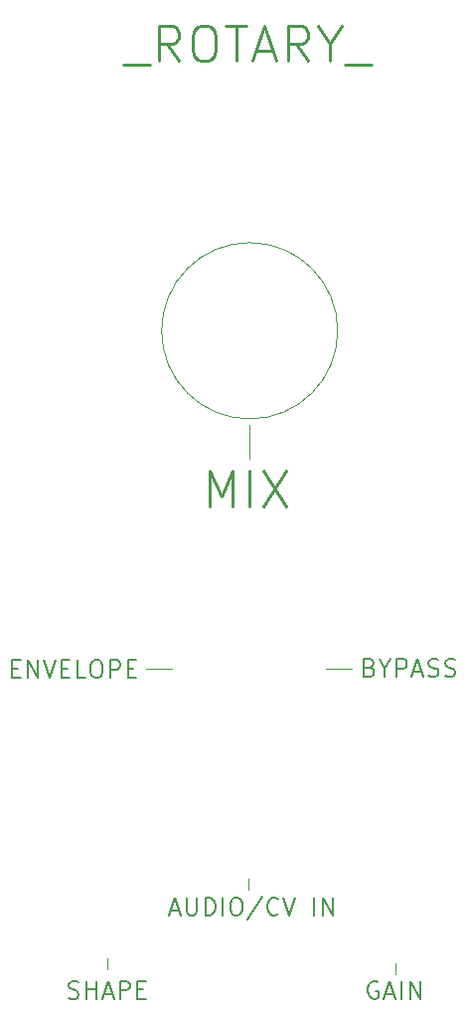
<source format=gbr>
%TF.GenerationSoftware,KiCad,Pcbnew,7.0.9*%
%TF.CreationDate,2024-05-16T21:45:13+10:00*%
%TF.ProjectId,panel,70616e65-6c2e-46b6-9963-61645f706362,rev?*%
%TF.SameCoordinates,Original*%
%TF.FileFunction,Legend,Top*%
%TF.FilePolarity,Positive*%
%FSLAX46Y46*%
G04 Gerber Fmt 4.6, Leading zero omitted, Abs format (unit mm)*
G04 Created by KiCad (PCBNEW 7.0.9) date 2024-05-16 21:45:13*
%MOMM*%
%LPD*%
G01*
G04 APERTURE LIST*
%ADD10C,0.120000*%
%ADD11C,0.050000*%
%ADD12C,0.250000*%
%ADD13C,0.150000*%
G04 APERTURE END LIST*
D10*
X112400000Y-135400000D02*
X112400000Y-136300000D01*
X91200000Y-110300000D02*
X93400000Y-110300000D01*
X87900000Y-135000000D02*
X87900000Y-135900000D01*
X99900000Y-128200000D02*
X99900000Y-129100000D01*
X100000000Y-89600000D02*
X100000000Y-92500000D01*
X106500000Y-110300000D02*
X108700000Y-110300000D01*
D11*
X107500000Y-81579006D02*
G75*
G03*
X107500000Y-81579006I-7500000J0D01*
G01*
D12*
X96578758Y-96519857D02*
X96578758Y-93519857D01*
X96578758Y-93519857D02*
X97578758Y-95662714D01*
X97578758Y-95662714D02*
X98578758Y-93519857D01*
X98578758Y-93519857D02*
X98578758Y-96519857D01*
X100007329Y-96519857D02*
X100007329Y-93519857D01*
X101150186Y-93519857D02*
X103150186Y-96519857D01*
X103150186Y-93519857D02*
X101150186Y-96519857D01*
D13*
X110941541Y-136980057D02*
X110798684Y-136908628D01*
X110798684Y-136908628D02*
X110584398Y-136908628D01*
X110584398Y-136908628D02*
X110370112Y-136980057D01*
X110370112Y-136980057D02*
X110227255Y-137122914D01*
X110227255Y-137122914D02*
X110155826Y-137265771D01*
X110155826Y-137265771D02*
X110084398Y-137551485D01*
X110084398Y-137551485D02*
X110084398Y-137765771D01*
X110084398Y-137765771D02*
X110155826Y-138051485D01*
X110155826Y-138051485D02*
X110227255Y-138194342D01*
X110227255Y-138194342D02*
X110370112Y-138337200D01*
X110370112Y-138337200D02*
X110584398Y-138408628D01*
X110584398Y-138408628D02*
X110727255Y-138408628D01*
X110727255Y-138408628D02*
X110941541Y-138337200D01*
X110941541Y-138337200D02*
X111012969Y-138265771D01*
X111012969Y-138265771D02*
X111012969Y-137765771D01*
X111012969Y-137765771D02*
X110727255Y-137765771D01*
X111584398Y-137980057D02*
X112298684Y-137980057D01*
X111441541Y-138408628D02*
X111941541Y-136908628D01*
X111941541Y-136908628D02*
X112441541Y-138408628D01*
X112941540Y-138408628D02*
X112941540Y-136908628D01*
X113655826Y-138408628D02*
X113655826Y-136908628D01*
X113655826Y-136908628D02*
X114512969Y-138408628D01*
X114512969Y-138408628D02*
X114512969Y-136908628D01*
X110242857Y-110222914D02*
X110457143Y-110294342D01*
X110457143Y-110294342D02*
X110528572Y-110365771D01*
X110528572Y-110365771D02*
X110600000Y-110508628D01*
X110600000Y-110508628D02*
X110600000Y-110722914D01*
X110600000Y-110722914D02*
X110528572Y-110865771D01*
X110528572Y-110865771D02*
X110457143Y-110937200D01*
X110457143Y-110937200D02*
X110314286Y-111008628D01*
X110314286Y-111008628D02*
X109742857Y-111008628D01*
X109742857Y-111008628D02*
X109742857Y-109508628D01*
X109742857Y-109508628D02*
X110242857Y-109508628D01*
X110242857Y-109508628D02*
X110385715Y-109580057D01*
X110385715Y-109580057D02*
X110457143Y-109651485D01*
X110457143Y-109651485D02*
X110528572Y-109794342D01*
X110528572Y-109794342D02*
X110528572Y-109937200D01*
X110528572Y-109937200D02*
X110457143Y-110080057D01*
X110457143Y-110080057D02*
X110385715Y-110151485D01*
X110385715Y-110151485D02*
X110242857Y-110222914D01*
X110242857Y-110222914D02*
X109742857Y-110222914D01*
X111528572Y-110294342D02*
X111528572Y-111008628D01*
X111028572Y-109508628D02*
X111528572Y-110294342D01*
X111528572Y-110294342D02*
X112028572Y-109508628D01*
X112528571Y-111008628D02*
X112528571Y-109508628D01*
X112528571Y-109508628D02*
X113100000Y-109508628D01*
X113100000Y-109508628D02*
X113242857Y-109580057D01*
X113242857Y-109580057D02*
X113314286Y-109651485D01*
X113314286Y-109651485D02*
X113385714Y-109794342D01*
X113385714Y-109794342D02*
X113385714Y-110008628D01*
X113385714Y-110008628D02*
X113314286Y-110151485D01*
X113314286Y-110151485D02*
X113242857Y-110222914D01*
X113242857Y-110222914D02*
X113100000Y-110294342D01*
X113100000Y-110294342D02*
X112528571Y-110294342D01*
X113957143Y-110580057D02*
X114671429Y-110580057D01*
X113814286Y-111008628D02*
X114314286Y-109508628D01*
X114314286Y-109508628D02*
X114814286Y-111008628D01*
X115242857Y-110937200D02*
X115457143Y-111008628D01*
X115457143Y-111008628D02*
X115814285Y-111008628D01*
X115814285Y-111008628D02*
X115957143Y-110937200D01*
X115957143Y-110937200D02*
X116028571Y-110865771D01*
X116028571Y-110865771D02*
X116100000Y-110722914D01*
X116100000Y-110722914D02*
X116100000Y-110580057D01*
X116100000Y-110580057D02*
X116028571Y-110437200D01*
X116028571Y-110437200D02*
X115957143Y-110365771D01*
X115957143Y-110365771D02*
X115814285Y-110294342D01*
X115814285Y-110294342D02*
X115528571Y-110222914D01*
X115528571Y-110222914D02*
X115385714Y-110151485D01*
X115385714Y-110151485D02*
X115314285Y-110080057D01*
X115314285Y-110080057D02*
X115242857Y-109937200D01*
X115242857Y-109937200D02*
X115242857Y-109794342D01*
X115242857Y-109794342D02*
X115314285Y-109651485D01*
X115314285Y-109651485D02*
X115385714Y-109580057D01*
X115385714Y-109580057D02*
X115528571Y-109508628D01*
X115528571Y-109508628D02*
X115885714Y-109508628D01*
X115885714Y-109508628D02*
X116100000Y-109580057D01*
X116671428Y-110937200D02*
X116885714Y-111008628D01*
X116885714Y-111008628D02*
X117242856Y-111008628D01*
X117242856Y-111008628D02*
X117385714Y-110937200D01*
X117385714Y-110937200D02*
X117457142Y-110865771D01*
X117457142Y-110865771D02*
X117528571Y-110722914D01*
X117528571Y-110722914D02*
X117528571Y-110580057D01*
X117528571Y-110580057D02*
X117457142Y-110437200D01*
X117457142Y-110437200D02*
X117385714Y-110365771D01*
X117385714Y-110365771D02*
X117242856Y-110294342D01*
X117242856Y-110294342D02*
X116957142Y-110222914D01*
X116957142Y-110222914D02*
X116814285Y-110151485D01*
X116814285Y-110151485D02*
X116742856Y-110080057D01*
X116742856Y-110080057D02*
X116671428Y-109937200D01*
X116671428Y-109937200D02*
X116671428Y-109794342D01*
X116671428Y-109794342D02*
X116742856Y-109651485D01*
X116742856Y-109651485D02*
X116814285Y-109580057D01*
X116814285Y-109580057D02*
X116957142Y-109508628D01*
X116957142Y-109508628D02*
X117314285Y-109508628D01*
X117314285Y-109508628D02*
X117528571Y-109580057D01*
X79749999Y-110322914D02*
X80249999Y-110322914D01*
X80464285Y-111108628D02*
X79749999Y-111108628D01*
X79749999Y-111108628D02*
X79749999Y-109608628D01*
X79749999Y-109608628D02*
X80464285Y-109608628D01*
X81107142Y-111108628D02*
X81107142Y-109608628D01*
X81107142Y-109608628D02*
X81964285Y-111108628D01*
X81964285Y-111108628D02*
X81964285Y-109608628D01*
X82464286Y-109608628D02*
X82964286Y-111108628D01*
X82964286Y-111108628D02*
X83464286Y-109608628D01*
X83964285Y-110322914D02*
X84464285Y-110322914D01*
X84678571Y-111108628D02*
X83964285Y-111108628D01*
X83964285Y-111108628D02*
X83964285Y-109608628D01*
X83964285Y-109608628D02*
X84678571Y-109608628D01*
X86035714Y-111108628D02*
X85321428Y-111108628D01*
X85321428Y-111108628D02*
X85321428Y-109608628D01*
X86821429Y-109608628D02*
X87107143Y-109608628D01*
X87107143Y-109608628D02*
X87250000Y-109680057D01*
X87250000Y-109680057D02*
X87392857Y-109822914D01*
X87392857Y-109822914D02*
X87464286Y-110108628D01*
X87464286Y-110108628D02*
X87464286Y-110608628D01*
X87464286Y-110608628D02*
X87392857Y-110894342D01*
X87392857Y-110894342D02*
X87250000Y-111037200D01*
X87250000Y-111037200D02*
X87107143Y-111108628D01*
X87107143Y-111108628D02*
X86821429Y-111108628D01*
X86821429Y-111108628D02*
X86678572Y-111037200D01*
X86678572Y-111037200D02*
X86535714Y-110894342D01*
X86535714Y-110894342D02*
X86464286Y-110608628D01*
X86464286Y-110608628D02*
X86464286Y-110108628D01*
X86464286Y-110108628D02*
X86535714Y-109822914D01*
X86535714Y-109822914D02*
X86678572Y-109680057D01*
X86678572Y-109680057D02*
X86821429Y-109608628D01*
X88107143Y-111108628D02*
X88107143Y-109608628D01*
X88107143Y-109608628D02*
X88678572Y-109608628D01*
X88678572Y-109608628D02*
X88821429Y-109680057D01*
X88821429Y-109680057D02*
X88892858Y-109751485D01*
X88892858Y-109751485D02*
X88964286Y-109894342D01*
X88964286Y-109894342D02*
X88964286Y-110108628D01*
X88964286Y-110108628D02*
X88892858Y-110251485D01*
X88892858Y-110251485D02*
X88821429Y-110322914D01*
X88821429Y-110322914D02*
X88678572Y-110394342D01*
X88678572Y-110394342D02*
X88107143Y-110394342D01*
X89607143Y-110322914D02*
X90107143Y-110322914D01*
X90321429Y-111108628D02*
X89607143Y-111108628D01*
X89607143Y-111108628D02*
X89607143Y-109608628D01*
X89607143Y-109608628D02*
X90321429Y-109608628D01*
X93284398Y-130880057D02*
X93998684Y-130880057D01*
X93141541Y-131308628D02*
X93641541Y-129808628D01*
X93641541Y-129808628D02*
X94141541Y-131308628D01*
X94641540Y-129808628D02*
X94641540Y-131022914D01*
X94641540Y-131022914D02*
X94712969Y-131165771D01*
X94712969Y-131165771D02*
X94784398Y-131237200D01*
X94784398Y-131237200D02*
X94927255Y-131308628D01*
X94927255Y-131308628D02*
X95212969Y-131308628D01*
X95212969Y-131308628D02*
X95355826Y-131237200D01*
X95355826Y-131237200D02*
X95427255Y-131165771D01*
X95427255Y-131165771D02*
X95498683Y-131022914D01*
X95498683Y-131022914D02*
X95498683Y-129808628D01*
X96212969Y-131308628D02*
X96212969Y-129808628D01*
X96212969Y-129808628D02*
X96570112Y-129808628D01*
X96570112Y-129808628D02*
X96784398Y-129880057D01*
X96784398Y-129880057D02*
X96927255Y-130022914D01*
X96927255Y-130022914D02*
X96998684Y-130165771D01*
X96998684Y-130165771D02*
X97070112Y-130451485D01*
X97070112Y-130451485D02*
X97070112Y-130665771D01*
X97070112Y-130665771D02*
X96998684Y-130951485D01*
X96998684Y-130951485D02*
X96927255Y-131094342D01*
X96927255Y-131094342D02*
X96784398Y-131237200D01*
X96784398Y-131237200D02*
X96570112Y-131308628D01*
X96570112Y-131308628D02*
X96212969Y-131308628D01*
X97712969Y-131308628D02*
X97712969Y-129808628D01*
X98712970Y-129808628D02*
X98998684Y-129808628D01*
X98998684Y-129808628D02*
X99141541Y-129880057D01*
X99141541Y-129880057D02*
X99284398Y-130022914D01*
X99284398Y-130022914D02*
X99355827Y-130308628D01*
X99355827Y-130308628D02*
X99355827Y-130808628D01*
X99355827Y-130808628D02*
X99284398Y-131094342D01*
X99284398Y-131094342D02*
X99141541Y-131237200D01*
X99141541Y-131237200D02*
X98998684Y-131308628D01*
X98998684Y-131308628D02*
X98712970Y-131308628D01*
X98712970Y-131308628D02*
X98570113Y-131237200D01*
X98570113Y-131237200D02*
X98427255Y-131094342D01*
X98427255Y-131094342D02*
X98355827Y-130808628D01*
X98355827Y-130808628D02*
X98355827Y-130308628D01*
X98355827Y-130308628D02*
X98427255Y-130022914D01*
X98427255Y-130022914D02*
X98570113Y-129880057D01*
X98570113Y-129880057D02*
X98712970Y-129808628D01*
X101070113Y-129737200D02*
X99784399Y-131665771D01*
X102427256Y-131165771D02*
X102355828Y-131237200D01*
X102355828Y-131237200D02*
X102141542Y-131308628D01*
X102141542Y-131308628D02*
X101998685Y-131308628D01*
X101998685Y-131308628D02*
X101784399Y-131237200D01*
X101784399Y-131237200D02*
X101641542Y-131094342D01*
X101641542Y-131094342D02*
X101570113Y-130951485D01*
X101570113Y-130951485D02*
X101498685Y-130665771D01*
X101498685Y-130665771D02*
X101498685Y-130451485D01*
X101498685Y-130451485D02*
X101570113Y-130165771D01*
X101570113Y-130165771D02*
X101641542Y-130022914D01*
X101641542Y-130022914D02*
X101784399Y-129880057D01*
X101784399Y-129880057D02*
X101998685Y-129808628D01*
X101998685Y-129808628D02*
X102141542Y-129808628D01*
X102141542Y-129808628D02*
X102355828Y-129880057D01*
X102355828Y-129880057D02*
X102427256Y-129951485D01*
X102855828Y-129808628D02*
X103355828Y-131308628D01*
X103355828Y-131308628D02*
X103855828Y-129808628D01*
X105498684Y-131308628D02*
X105498684Y-129808628D01*
X106212970Y-131308628D02*
X106212970Y-129808628D01*
X106212970Y-129808628D02*
X107070113Y-131308628D01*
X107070113Y-131308628D02*
X107070113Y-129808628D01*
D12*
X89264473Y-58905571D02*
X91550187Y-58905571D01*
X93978758Y-58619857D02*
X92978758Y-57191285D01*
X92264472Y-58619857D02*
X92264472Y-55619857D01*
X92264472Y-55619857D02*
X93407329Y-55619857D01*
X93407329Y-55619857D02*
X93693044Y-55762714D01*
X93693044Y-55762714D02*
X93835901Y-55905571D01*
X93835901Y-55905571D02*
X93978758Y-56191285D01*
X93978758Y-56191285D02*
X93978758Y-56619857D01*
X93978758Y-56619857D02*
X93835901Y-56905571D01*
X93835901Y-56905571D02*
X93693044Y-57048428D01*
X93693044Y-57048428D02*
X93407329Y-57191285D01*
X93407329Y-57191285D02*
X92264472Y-57191285D01*
X95835901Y-55619857D02*
X96407329Y-55619857D01*
X96407329Y-55619857D02*
X96693044Y-55762714D01*
X96693044Y-55762714D02*
X96978758Y-56048428D01*
X96978758Y-56048428D02*
X97121615Y-56619857D01*
X97121615Y-56619857D02*
X97121615Y-57619857D01*
X97121615Y-57619857D02*
X96978758Y-58191285D01*
X96978758Y-58191285D02*
X96693044Y-58477000D01*
X96693044Y-58477000D02*
X96407329Y-58619857D01*
X96407329Y-58619857D02*
X95835901Y-58619857D01*
X95835901Y-58619857D02*
X95550187Y-58477000D01*
X95550187Y-58477000D02*
X95264472Y-58191285D01*
X95264472Y-58191285D02*
X95121615Y-57619857D01*
X95121615Y-57619857D02*
X95121615Y-56619857D01*
X95121615Y-56619857D02*
X95264472Y-56048428D01*
X95264472Y-56048428D02*
X95550187Y-55762714D01*
X95550187Y-55762714D02*
X95835901Y-55619857D01*
X97978758Y-55619857D02*
X99693044Y-55619857D01*
X98835901Y-58619857D02*
X98835901Y-55619857D01*
X100550186Y-57762714D02*
X101978758Y-57762714D01*
X100264472Y-58619857D02*
X101264472Y-55619857D01*
X101264472Y-55619857D02*
X102264472Y-58619857D01*
X104978758Y-58619857D02*
X103978758Y-57191285D01*
X103264472Y-58619857D02*
X103264472Y-55619857D01*
X103264472Y-55619857D02*
X104407329Y-55619857D01*
X104407329Y-55619857D02*
X104693044Y-55762714D01*
X104693044Y-55762714D02*
X104835901Y-55905571D01*
X104835901Y-55905571D02*
X104978758Y-56191285D01*
X104978758Y-56191285D02*
X104978758Y-56619857D01*
X104978758Y-56619857D02*
X104835901Y-56905571D01*
X104835901Y-56905571D02*
X104693044Y-57048428D01*
X104693044Y-57048428D02*
X104407329Y-57191285D01*
X104407329Y-57191285D02*
X103264472Y-57191285D01*
X106835901Y-57191285D02*
X106835901Y-58619857D01*
X105835901Y-55619857D02*
X106835901Y-57191285D01*
X106835901Y-57191285D02*
X107835901Y-55619857D01*
X108121616Y-58905571D02*
X110407330Y-58905571D01*
D13*
X84584398Y-138337200D02*
X84798684Y-138408628D01*
X84798684Y-138408628D02*
X85155826Y-138408628D01*
X85155826Y-138408628D02*
X85298684Y-138337200D01*
X85298684Y-138337200D02*
X85370112Y-138265771D01*
X85370112Y-138265771D02*
X85441541Y-138122914D01*
X85441541Y-138122914D02*
X85441541Y-137980057D01*
X85441541Y-137980057D02*
X85370112Y-137837200D01*
X85370112Y-137837200D02*
X85298684Y-137765771D01*
X85298684Y-137765771D02*
X85155826Y-137694342D01*
X85155826Y-137694342D02*
X84870112Y-137622914D01*
X84870112Y-137622914D02*
X84727255Y-137551485D01*
X84727255Y-137551485D02*
X84655826Y-137480057D01*
X84655826Y-137480057D02*
X84584398Y-137337200D01*
X84584398Y-137337200D02*
X84584398Y-137194342D01*
X84584398Y-137194342D02*
X84655826Y-137051485D01*
X84655826Y-137051485D02*
X84727255Y-136980057D01*
X84727255Y-136980057D02*
X84870112Y-136908628D01*
X84870112Y-136908628D02*
X85227255Y-136908628D01*
X85227255Y-136908628D02*
X85441541Y-136980057D01*
X86084397Y-138408628D02*
X86084397Y-136908628D01*
X86084397Y-137622914D02*
X86941540Y-137622914D01*
X86941540Y-138408628D02*
X86941540Y-136908628D01*
X87584398Y-137980057D02*
X88298684Y-137980057D01*
X87441541Y-138408628D02*
X87941541Y-136908628D01*
X87941541Y-136908628D02*
X88441541Y-138408628D01*
X88941540Y-138408628D02*
X88941540Y-136908628D01*
X88941540Y-136908628D02*
X89512969Y-136908628D01*
X89512969Y-136908628D02*
X89655826Y-136980057D01*
X89655826Y-136980057D02*
X89727255Y-137051485D01*
X89727255Y-137051485D02*
X89798683Y-137194342D01*
X89798683Y-137194342D02*
X89798683Y-137408628D01*
X89798683Y-137408628D02*
X89727255Y-137551485D01*
X89727255Y-137551485D02*
X89655826Y-137622914D01*
X89655826Y-137622914D02*
X89512969Y-137694342D01*
X89512969Y-137694342D02*
X88941540Y-137694342D01*
X90441540Y-137622914D02*
X90941540Y-137622914D01*
X91155826Y-138408628D02*
X90441540Y-138408628D01*
X90441540Y-138408628D02*
X90441540Y-136908628D01*
X90441540Y-136908628D02*
X91155826Y-136908628D01*
M02*

</source>
